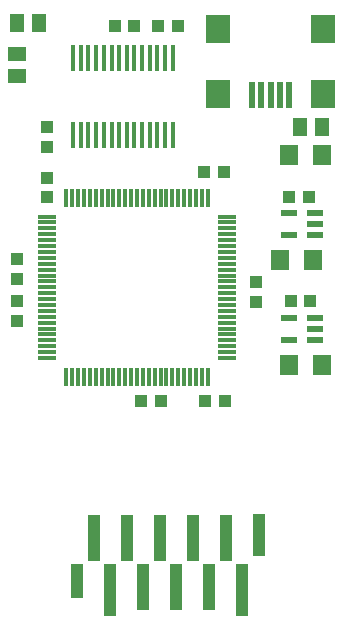
<source format=gtp>
%FSLAX23Y23*%
%MOIN*%
G70*
G01*
G75*
%ADD10C,0.008*%
%ADD11R,0.043X0.039*%
%ADD12R,0.039X0.043*%
%ADD13R,0.039X0.043*%
%ADD14R,0.063X0.071*%
%ADD15R,0.063X0.071*%
%ADD16R,0.016X0.085*%
%ADD17R,0.051X0.059*%
%ADD18R,0.051X0.059*%
%ADD19R,0.057X0.022*%
%ADD20R,0.057X0.022*%
%ADD21R,0.020X0.091*%
%ADD22R,0.012X0.063*%
%ADD23R,0.063X0.012*%
%ADD24R,0.059X0.051*%
%ADD25R,0.016X0.085*%
%ADD26R,0.043X0.142*%
%ADD27R,0.043X0.177*%
%ADD28R,0.043X0.157*%
%ADD29R,0.043X0.118*%
%ADD30R,0.012X0.063*%
%ADD31R,0.063X0.012*%
%ADD32R,0.043X0.039*%
%ADD33R,0.079X0.098*%
%ADD34R,0.020X0.091*%
%ADD35C,0.014*%
%ADD36C,0.010*%
%ADD37C,0.020*%
%ADD38C,0.012*%
%ADD39C,0.020*%
%ADD40C,0.011*%
%ADD41C,0.100*%
%ADD42C,0.024*%
%ADD43C,0.020*%
%ADD44C,0.059*%
%ADD45C,0.010*%
%ADD46C,0.008*%
%ADD47C,0.007*%
D11*
X2770Y4505D02*
D03*
X2704D02*
D03*
X2987Y4420D02*
D03*
X3053D02*
D03*
X3058Y4075D02*
D03*
X2992D02*
D03*
X2471Y4990D02*
D03*
X2405D02*
D03*
X2549D02*
D03*
X2615D02*
D03*
X2707Y3740D02*
D03*
X2559D02*
D03*
D12*
X2875Y4138D02*
D03*
X2080Y4213D02*
D03*
Y4007D02*
D03*
D13*
X2875Y4072D02*
D03*
X2080Y4147D02*
D03*
X2180Y4653D02*
D03*
Y4587D02*
D03*
X2080Y4073D02*
D03*
X2180Y4486D02*
D03*
Y4420D02*
D03*
D14*
X2988Y3860D02*
D03*
X2955Y4210D02*
D03*
X3065D02*
D03*
D15*
X3098Y3860D02*
D03*
X2987Y4560D02*
D03*
X3097D02*
D03*
D16*
X2471Y4886D02*
D03*
X2292Y4628D02*
D03*
X2318D02*
D03*
X2343D02*
D03*
X2369D02*
D03*
X2395D02*
D03*
X2420D02*
D03*
X2446D02*
D03*
X2471D02*
D03*
X2497D02*
D03*
X2523D02*
D03*
X2548D02*
D03*
X2574D02*
D03*
X2599D02*
D03*
X2267Y4886D02*
D03*
X2292D02*
D03*
X2318D02*
D03*
X2343D02*
D03*
X2369D02*
D03*
X2395D02*
D03*
X2420D02*
D03*
X2446D02*
D03*
X2497D02*
D03*
X2523D02*
D03*
X2548D02*
D03*
X2574D02*
D03*
X2599D02*
D03*
D17*
X3097Y4655D02*
D03*
D18*
X3023D02*
D03*
X2080Y5000D02*
D03*
X2154D02*
D03*
D19*
X2988Y3943D02*
D03*
Y4017D02*
D03*
X3072D02*
D03*
Y3980D02*
D03*
X2988Y4293D02*
D03*
Y4367D02*
D03*
X3072D02*
D03*
Y4330D02*
D03*
D20*
X3072Y3943D02*
D03*
Y4293D02*
D03*
D21*
X2988Y4761D02*
D03*
D22*
X2657Y4419D02*
D03*
X2263Y3821D02*
D03*
X2283D02*
D03*
X2303D02*
D03*
X2323D02*
D03*
X2342D02*
D03*
X2362D02*
D03*
X2382D02*
D03*
X2421D02*
D03*
X2480D02*
D03*
X2519D02*
D03*
X2539D02*
D03*
X2559D02*
D03*
X2578D02*
D03*
X2598D02*
D03*
X2618D02*
D03*
X2637D02*
D03*
X2657D02*
D03*
X2677D02*
D03*
X2697D02*
D03*
X2716D02*
D03*
X2263Y4419D02*
D03*
X2283D02*
D03*
X2303D02*
D03*
X2323D02*
D03*
X2342D02*
D03*
X2362D02*
D03*
X2421D02*
D03*
X2441D02*
D03*
X2460D02*
D03*
X2480D02*
D03*
X2500D02*
D03*
X2519D02*
D03*
X2539D02*
D03*
X2559D02*
D03*
X2578D02*
D03*
X2598D02*
D03*
X2637D02*
D03*
X2677D02*
D03*
X2441Y3821D02*
D03*
D23*
X2779Y4337D02*
D03*
Y4317D02*
D03*
Y4297D02*
D03*
X2181D02*
D03*
X2779Y3884D02*
D03*
Y3903D02*
D03*
Y3923D02*
D03*
Y3943D02*
D03*
Y3963D02*
D03*
Y3982D02*
D03*
Y4002D02*
D03*
Y4022D02*
D03*
Y4041D02*
D03*
Y4061D02*
D03*
Y4081D02*
D03*
Y4100D02*
D03*
Y4159D02*
D03*
Y4179D02*
D03*
Y4199D02*
D03*
Y4218D02*
D03*
Y4238D02*
D03*
Y4258D02*
D03*
Y4277D02*
D03*
Y4356D02*
D03*
X2181Y3884D02*
D03*
Y3903D02*
D03*
Y3923D02*
D03*
Y3943D02*
D03*
Y3963D02*
D03*
Y3982D02*
D03*
Y4002D02*
D03*
Y4022D02*
D03*
Y4041D02*
D03*
Y4061D02*
D03*
Y4081D02*
D03*
Y4100D02*
D03*
Y4120D02*
D03*
X2181Y4140D02*
D03*
X2181Y4179D02*
D03*
Y4199D02*
D03*
Y4218D02*
D03*
Y4238D02*
D03*
Y4258D02*
D03*
Y4277D02*
D03*
Y4317D02*
D03*
Y4337D02*
D03*
Y4356D02*
D03*
D24*
X2080Y4897D02*
D03*
Y4823D02*
D03*
D25*
X2267Y4628D02*
D03*
D26*
X2886Y3293D02*
D03*
D27*
X2831Y3110D02*
D03*
X2390Y3112D02*
D03*
D28*
X2721Y3120D02*
D03*
X2666Y3285D02*
D03*
X2611Y3120D02*
D03*
X2556Y3285D02*
D03*
X2445D02*
D03*
X2335D02*
D03*
X2500Y3120D02*
D03*
X2776Y3285D02*
D03*
D29*
X2280Y3142D02*
D03*
D30*
X2244Y3821D02*
D03*
X2401D02*
D03*
X2460D02*
D03*
X2500D02*
D03*
X2244Y4419D02*
D03*
X2382D02*
D03*
X2401D02*
D03*
X2618D02*
D03*
X2697D02*
D03*
X2716D02*
D03*
D31*
X2779Y4120D02*
D03*
Y4140D02*
D03*
X2181Y4159D02*
D03*
D32*
X2773Y3740D02*
D03*
X2493D02*
D03*
D33*
X2750Y4765D02*
D03*
X3100D02*
D03*
Y4981D02*
D03*
X2750D02*
D03*
D34*
X2862Y4761D02*
D03*
X2894D02*
D03*
X2925D02*
D03*
X2956D02*
D03*
M02*

</source>
